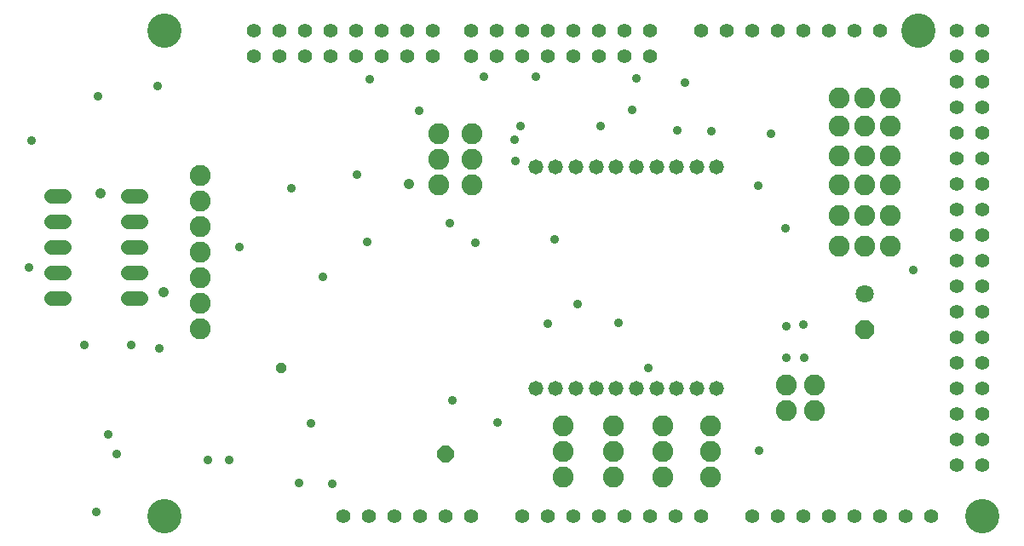
<source format=gbs>
G75*
G70*
%OFA0B0*%
%FSLAX24Y24*%
%IPPOS*%
%LPD*%
%AMOC8*
5,1,8,0,0,1.08239X$1,22.5*
%
%ADD10C,0.0552*%
%ADD11C,0.1340*%
%ADD12C,0.0580*%
%ADD13C,0.0820*%
%ADD14C,0.0560*%
%ADD15OC8,0.0710*%
%ADD16C,0.0710*%
%ADD17C,0.0350*%
%ADD18OC8,0.0640*%
%ADD19OC8,0.0417*%
%ADD20C,0.0417*%
D10*
X013500Y001500D03*
X014500Y001500D03*
X015500Y001500D03*
X016500Y001500D03*
X017500Y001500D03*
X018500Y001500D03*
X020500Y001500D03*
X021500Y001500D03*
X022500Y001500D03*
X023500Y001500D03*
X024500Y001500D03*
X025500Y001500D03*
X026500Y001500D03*
X027500Y001500D03*
X029500Y001500D03*
X030500Y001500D03*
X031500Y001500D03*
X032500Y001500D03*
X033500Y001500D03*
X034500Y001500D03*
X035500Y001500D03*
X036500Y001500D03*
X037500Y003500D03*
X038500Y003500D03*
X038500Y004500D03*
X037500Y004500D03*
X037500Y005500D03*
X038500Y005500D03*
X038500Y006500D03*
X037500Y006500D03*
X037500Y007500D03*
X038500Y007500D03*
X038500Y008500D03*
X037500Y008500D03*
X037500Y009500D03*
X038500Y009500D03*
X038500Y010500D03*
X037500Y010500D03*
X037500Y011500D03*
X038500Y011500D03*
X038500Y012500D03*
X037500Y012500D03*
X037500Y013500D03*
X038500Y013500D03*
X038500Y014500D03*
X037500Y014500D03*
X037500Y015500D03*
X038500Y015500D03*
X038500Y016500D03*
X037500Y016500D03*
X037500Y017500D03*
X038500Y017500D03*
X038500Y018500D03*
X037500Y018500D03*
X037500Y019500D03*
X038500Y019500D03*
X038500Y020500D03*
X037500Y020500D03*
X034500Y020500D03*
X033500Y020500D03*
X032500Y020500D03*
X031500Y020500D03*
X030500Y020500D03*
X029500Y020500D03*
X028500Y020500D03*
X027500Y020500D03*
X025500Y020500D03*
X024500Y020500D03*
X023500Y020500D03*
X022500Y020500D03*
X021500Y020500D03*
X020500Y020500D03*
X019500Y020500D03*
X018500Y020500D03*
X018500Y019500D03*
X019500Y019500D03*
X020500Y019500D03*
X021500Y019500D03*
X022500Y019500D03*
X023500Y019500D03*
X024500Y019500D03*
X025500Y019500D03*
X017000Y019500D03*
X016000Y019500D03*
X015000Y019500D03*
X014000Y019500D03*
X013000Y019500D03*
X012000Y019500D03*
X011000Y019500D03*
X010000Y019500D03*
X010000Y020500D03*
X011000Y020500D03*
X012000Y020500D03*
X013000Y020500D03*
X014000Y020500D03*
X015000Y020500D03*
X016000Y020500D03*
X017000Y020500D03*
D11*
X006500Y020500D03*
X036000Y020500D03*
X038500Y001500D03*
X006500Y001500D03*
D12*
X021017Y006489D03*
X021804Y006489D03*
X022591Y006489D03*
X023379Y006489D03*
X024166Y006489D03*
X024954Y006489D03*
X025741Y006489D03*
X026529Y006489D03*
X027316Y006489D03*
X028103Y006489D03*
X028103Y015151D03*
X027316Y015151D03*
X026529Y015151D03*
X025741Y015151D03*
X024954Y015151D03*
X024166Y015151D03*
X023379Y015151D03*
X022591Y015151D03*
X021804Y015151D03*
X021017Y015151D03*
D13*
X018510Y015469D03*
X017236Y015471D03*
X017236Y014471D03*
X018510Y014469D03*
X018510Y016469D03*
X017236Y016471D03*
X007895Y014805D03*
X007895Y013805D03*
X007895Y012805D03*
X007895Y011805D03*
X007895Y010805D03*
X007895Y009805D03*
X007895Y008805D03*
X022094Y005013D03*
X022094Y004013D03*
X022094Y003013D03*
X024050Y003014D03*
X024050Y004014D03*
X024050Y005014D03*
X025976Y005031D03*
X027869Y005027D03*
X027869Y004027D03*
X025976Y004031D03*
X025976Y003031D03*
X027869Y003027D03*
X030814Y005610D03*
X031931Y005618D03*
X031931Y006618D03*
X030814Y006610D03*
X032888Y012049D03*
X033888Y012049D03*
X034888Y012049D03*
X034884Y013260D03*
X033884Y013260D03*
X032884Y013260D03*
X032894Y014446D03*
X033894Y014446D03*
X034894Y014446D03*
X034890Y015600D03*
X033890Y015600D03*
X032890Y015600D03*
X032890Y016741D03*
X033890Y016741D03*
X034890Y016741D03*
X034893Y017861D03*
X033893Y017861D03*
X032893Y017861D03*
D14*
X005540Y014035D02*
X005060Y014035D01*
X005060Y013035D02*
X005540Y013035D01*
X005540Y012035D02*
X005060Y012035D01*
X005060Y011035D02*
X005540Y011035D01*
X005540Y010035D02*
X005060Y010035D01*
X002540Y010035D02*
X002060Y010035D01*
X002060Y011035D02*
X002540Y011035D01*
X002540Y012035D02*
X002060Y012035D01*
X002060Y013035D02*
X002540Y013035D01*
X002540Y014035D02*
X002060Y014035D01*
D15*
X033885Y008797D03*
D16*
X033885Y010197D03*
D17*
X003820Y001640D03*
X004625Y003910D03*
X004275Y004677D03*
X008186Y003684D03*
X009023Y003697D03*
X011740Y002793D03*
X013059Y002765D03*
X012230Y005135D03*
X017750Y006010D03*
X019515Y005157D03*
X025415Y007285D03*
X024265Y009060D03*
X022640Y009795D03*
X021495Y009005D03*
X018644Y012201D03*
X017665Y012955D03*
X014425Y012235D03*
X012700Y010850D03*
X009435Y012025D03*
X011445Y014335D03*
X014025Y014845D03*
X016470Y017350D03*
X014525Y018595D03*
X018991Y018703D03*
X021039Y018692D03*
X020429Y016739D03*
X020205Y016231D03*
X020209Y015395D03*
X023560Y016750D03*
X024775Y017384D03*
X026540Y016590D03*
X027900Y016565D03*
X030225Y016467D03*
X029710Y014435D03*
X030805Y012750D03*
X035805Y011127D03*
X031495Y008975D03*
X030820Y008925D03*
X030820Y007695D03*
X031510Y007695D03*
X029745Y004047D03*
X021760Y012305D03*
X026856Y018449D03*
X024952Y018621D03*
X006220Y018310D03*
X003900Y017910D03*
X001305Y016197D03*
X001185Y011217D03*
X003370Y008180D03*
X005185Y008190D03*
X006280Y008055D03*
D18*
X017480Y003930D03*
D19*
X011055Y007290D03*
D20*
X006440Y010250D03*
X004005Y014110D03*
X016040Y014490D03*
M02*

</source>
